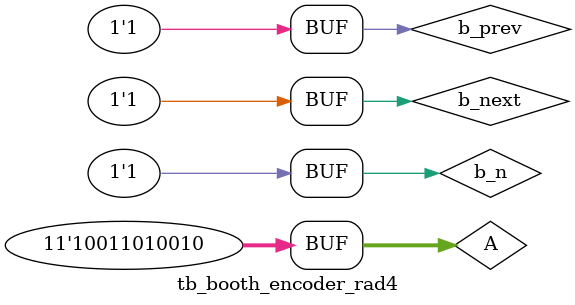
<source format=sv>
`timescale 1ns/1ns 

module tb_booth_encoder_rad4;
  // signals
  reg b_next, b_n, b_prev;
  reg [10:0] A;
  wire neg;
  wire [11:0] A_out;
  // component
  booth_encoder_rad4 uut (
    .b_next(b_next),
    .b_n(b_n),
	.b_prev(b_prev),
    .A(A),
    .neg(neg),
	.A_out(A_out)
  );

  initial begin
    // Test 0
	b_next = 0; b_n = 0; b_prev = 0; A = 1234;
    // Test 1
    #10 b_next = 0; b_n = 0; b_prev = 1; A = 1234;
    // Test 2
    #10 b_next = 0; b_n = 1; b_prev = 0; A = 1234;
    // Test 3
    #10 b_next = 0; b_n = 1; b_prev = 1; A = 1234;
	// Test 4
    #10 b_next = 1; b_n = 0; b_prev = 0; A = 1234;
	// Test 5
    #10 b_next = 1; b_n = 0; b_prev = 1; A = 1234;
	// Test 6
    #10 b_next = 1; b_n = 1; b_prev = 0; A = 1234;
	// Test 7
    #10 b_next = 1; b_n = 1; b_prev = 1; A = 1234;
  end
  
  // Display results for every transition 
  // FUNZIONA, MA UN PO' PROBLEMATICO ==> DA RIVEDERE !!!!!!!!!!!!!!!!!!!!!!!!!!!!!!!!
  always @(*) begin
    $display("Time=%0t (IN) ==> b_next=%b b_n=%b b_prev=%b A=%d (OUT) ==> neg=%b A_out=%d", $time, b_next, b_n, b_prev, A, neg, A_out);
  end

endmodule

</source>
